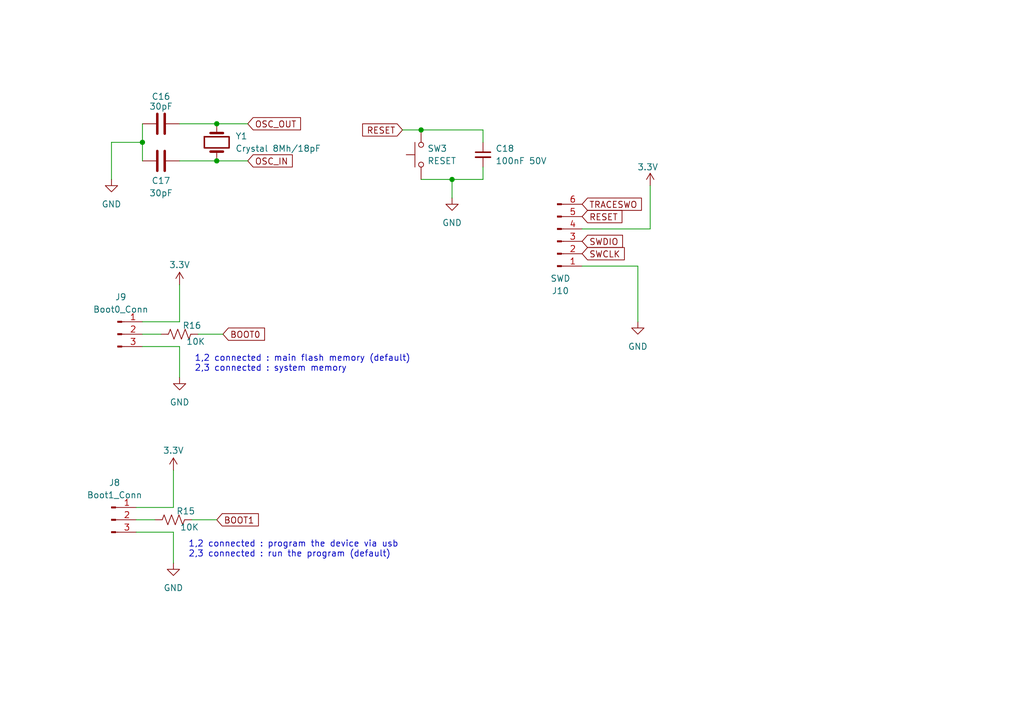
<source format=kicad_sch>
(kicad_sch (version 20231120) (generator "eeschema") (generator_version "8.0")
  (paper "A5")
  (lib_symbols
    (symbol "Connector:Conn_01x03_Pin" (pin_names (offset 1.016) hide)
      (property "Reference" "J" (at 0 5.08 0))
      (property "Value" "Conn_01x03_Pin" (at 0 -5.08 0))
      (symbol "Conn_01x03_Pin_1_1"
        (polyline (pts (xy 1.27 -2.54) (xy 0.8636 -2.54)) (stroke (width 0.1524)))
        (polyline (pts (xy 1.27 0) (xy 0.8636 0)) (stroke (width 0.1524)))
        (polyline (pts (xy 1.27 2.54) (xy 0.8636 2.54)) (stroke (width 0.1524)))
        (rectangle (start 0.8636 -2.413) (end 0 -2.667) (stroke (width 0.1524)) (fill (type outline)))
        (rectangle (start 0.8636 0.127) (end 0 -0.127) (stroke (width 0.1524)) (fill (type outline)))
        (rectangle (start 0.8636 2.667) (end 0 2.413) (stroke (width 0.1524)) (fill (type outline)))
        (pin passive line (at 5.08 2.54 180) (length 3.81) (name "Pin_1") (number "1"))
        (pin passive line (at 5.08 0 180) (length 3.81) (name "Pin_2") (number "2"))
        (pin passive line (at 5.08 -2.54 180) (length 3.81) (name "Pin_3") (number "3"))
      )
    )
    (symbol "Connector:Conn_01x06_Pin" (pin_names (offset 1.016) hide)
      (property "Reference" "J" (at 0 7.62 0))
      (property "Value" "Conn_01x06_Pin" (at 0 -10.16 0))
      (symbol "Conn_01x06_Pin_1_1"
        (polyline (pts (xy 1.27 -7.62) (xy 0.8636 -7.62)) (stroke (width 0.1524)))
        (polyline (pts (xy 1.27 -5.08) (xy 0.8636 -5.08)) (stroke (width 0.1524)))
        (polyline (pts (xy 1.27 -2.54) (xy 0.8636 -2.54)) (stroke (width 0.1524)))
        (polyline (pts (xy 1.27 0) (xy 0.8636 0)) (stroke (width 0.1524)))
        (polyline (pts (xy 1.27 2.54) (xy 0.8636 2.54)) (stroke (width 0.1524)))
        (polyline (pts (xy 1.27 5.08) (xy 0.8636 5.08)) (stroke (width 0.1524)))
        (rectangle (start 0.8636 -7.493) (end 0 -7.747) (stroke (width 0.1524)) (fill (type outline)))
        (rectangle (start 0.8636 -4.953) (end 0 -5.207) (stroke (width 0.1524)) (fill (type outline)))
        (rectangle (start 0.8636 -2.413) (end 0 -2.667) (stroke (width 0.1524)) (fill (type outline)))
        (rectangle (start 0.8636 0.127) (end 0 -0.127) (stroke (width 0.1524)) (fill (type outline)))
        (rectangle (start 0.8636 2.667) (end 0 2.413) (stroke (width 0.1524)) (fill (type outline)))
        (rectangle (start 0.8636 5.207) (end 0 4.953) (stroke (width 0.1524)) (fill (type outline)))
        (pin passive line (at 5.08 5.08 180) (length 3.81) (name "Pin_1") (number "1"))
        (pin passive line (at 5.08 2.54 180) (length 3.81) (name "Pin_2") (number "2"))
        (pin passive line (at 5.08 0 180) (length 3.81) (name "Pin_3") (number "3"))
        (pin passive line (at 5.08 -2.54 180) (length 3.81) (name "Pin_4") (number "4"))
        (pin passive line (at 5.08 -5.08 180) (length 3.81) (name "Pin_5") (number "5"))
        (pin passive line (at 5.08 -7.62 180) (length 3.81) (name "Pin_6") (number "6"))
      )
    )
    (symbol "Device:C" (pin_numbers hide) (pin_names (offset 0.254))
      (property "Reference" "C" (at 0.635 2.54 0))
      (property "Value" "C" (at 0.635 -2.54 0))
      (symbol "C_0_1"
        (polyline (pts (xy -2.032 -0.762) (xy 2.032 -0.762)) (stroke (width 0.508)))
        (polyline (pts (xy -2.032 0.762) (xy 2.032 0.762)) (stroke (width 0.508)))
      )
      (symbol "C_1_1"
        (pin passive line (at 0 3.81 270) (length 2.794) (name "~") (number "1"))
        (pin passive line (at 0 -3.81 90) (length 2.794) (name "~") (number "2"))
      )
    )
    (symbol "Device:C_Small" (pin_numbers hide) (pin_names (offset 0.254) hide)
      (property "Reference" "C" (at 0.254 1.778 0))
      (property "Value" "C_Small" (at 0.254 -2.032 0))
      (symbol "C_Small_0_1"
        (polyline (pts (xy -1.524 -0.508) (xy 1.524 -0.508)) (stroke (width 0.3302)))
        (polyline (pts (xy -1.524 0.508) (xy 1.524 0.508)) (stroke (width 0.3048)))
      )
      (symbol "C_Small_1_1"
        (pin passive line (at 0 2.54 270) (length 2.032) (name "~") (number "1"))
        (pin passive line (at 0 -2.54 90) (length 2.032) (name "~") (number "2"))
      )
    )
    (symbol "Device:Crystal" (pin_numbers hide) (pin_names (offset 1.016) hide)
      (property "Reference" "Y" (at 0 3.81 0))
      (property "Value" "Crystal" (at 0 -3.81 0))
      (symbol "Crystal_0_1"
        (rectangle (start -1.143 2.54) (end 1.143 -2.54) (stroke (width 0.3048)))
        (polyline (pts (xy -2.54 0) (xy -1.905 0)))
        (polyline (pts (xy -1.905 -1.27) (xy -1.905 1.27)) (stroke (width 0.508)))
        (polyline (pts (xy 1.905 -1.27) (xy 1.905 1.27)) (stroke (width 0.508)))
        (polyline (pts (xy 2.54 0) (xy 1.905 0)))
      )
      (symbol "Crystal_1_1"
        (pin passive line (at -3.81 0 0) (length 1.27) (name "1") (number "1"))
        (pin passive line (at 3.81 0 180) (length 1.27) (name "2") (number "2"))
      )
    )
    (symbol "Device:R_US" (pin_numbers hide) (pin_names (offset 0))
      (property "Reference" "R" (at 2.54 0 90))
      (property "Value" "R_US" (at -2.54 0 90))
      (symbol "R_US_0_1"
        (polyline (pts (xy 0 -2.286) (xy 0 -2.54)))
        (polyline (pts (xy 0 2.286) (xy 0 2.54)))
        (polyline (pts (xy 0 -0.762) (xy 1.016 -1.143) (xy 0 -1.524) (xy -1.016 -1.905) (xy 0 -2.286)))
        (polyline (pts (xy 0 0.762) (xy 1.016 0.381) (xy 0 0) (xy -1.016 -0.381) (xy 0 -0.762)))
        (polyline (pts (xy 0 2.286) (xy 1.016 1.905) (xy 0 1.524) (xy -1.016 1.143) (xy 0 0.762)))
      )
      (symbol "R_US_1_1"
        (pin passive line (at 0 3.81 270) (length 1.27) (name "~") (number "1"))
        (pin passive line (at 0 -3.81 90) (length 1.27) (name "~") (number "2"))
      )
    )
    (symbol "Switch:SW_Push" (pin_numbers hide) (pin_names (offset 1.016) hide)
      (property "Reference" "SW" (at 1.27 2.54 0))
      (property "Value" "SW_Push" (at 0 -1.524 0))
      (symbol "SW_Push_0_1"
        (circle (center -2.032 0) (radius 0.508))
        (polyline (pts (xy 0 1.27) (xy 0 3.048)))
        (polyline (pts (xy 2.54 1.27) (xy -2.54 1.27)))
        (circle (center 2.032 0) (radius 0.508))
        (pin passive line (at -5.08 0 0) (length 2.54) (name "1") (number "1"))
        (pin passive line (at 5.08 0 180) (length 2.54) (name "2") (number "2"))
      )
    )
    (symbol "power:GND" (power) (pin_numbers hide) (pin_names (offset 0) hide)
      (property "Value" "GND" (at 0 -3.81 0))
      (symbol "GND_0_1"
        (polyline (pts (xy 0 0) (xy 0 -1.27) (xy 1.27 -1.27) (xy 0 -2.54) (xy -1.27 -1.27) (xy 0 -1.27)))
      )
      (symbol "GND_1_1"
        (pin power_in line (at 0 0 270) (length 0) (name "~") (number "1"))
      )
    )
    (symbol "power:VDD" (power) (pin_numbers hide) (pin_names (offset 0) hide)
      (property "Value" "VDD" (at 0 3.556 0))
      (symbol "VDD_0_1"
        (polyline (pts (xy -0.762 1.27) (xy 0 2.54)))
        (polyline (pts (xy 0 0) (xy 0 2.54)))
        (polyline (pts (xy 0 2.54) (xy 0.762 1.27)))
      )
      (symbol "VDD_1_1"
        (pin power_in line (at 0 0 90) (length 0) (name "~") (number "1"))
      )
    )
  )
  (junction (at 44.45 33.02))
  (junction (at 44.45 25.4))
  (junction (at 86.36 26.67))
  (junction (at 92.71 36.83))
  (junction (at 29.21 29.21))
  (wire (pts (xy 36.83 71.12) (xy 36.83 77.47)))
  (wire (pts (xy 92.71 36.83) (xy 92.71 40.64)))
  (wire (pts (xy 50.8 25.4) (xy 44.45 25.4)))
  (wire (pts (xy 27.94 109.22) (xy 35.56 109.22)))
  (wire (pts (xy 130.81 54.61) (xy 130.81 66.04)))
  (wire (pts (xy 36.83 25.4) (xy 44.45 25.4)))
  (wire (pts (xy 45.72 68.58) (xy 40.64 68.58)))
  (wire (pts (xy 29.21 71.12) (xy 36.83 71.12)))
  (wire (pts (xy 86.36 36.83) (xy 92.71 36.83)))
  (wire (pts (xy 22.86 29.21) (xy 22.86 36.83)))
  (wire (pts (xy 99.06 36.83) (xy 99.06 34.29)))
  (wire (pts (xy 29.21 29.21) (xy 29.21 33.02)))
  (wire (pts (xy 35.56 109.22) (xy 35.56 115.57)))
  (wire (pts (xy 92.71 36.83) (xy 99.06 36.83)))
  (wire (pts (xy 33.02 68.58) (xy 29.21 68.58)))
  (wire (pts (xy 27.94 104.14) (xy 35.56 104.14)))
  (wire (pts (xy 119.38 46.99) (xy 133.35 46.99)))
  (wire (pts (xy 86.36 26.67) (xy 99.06 26.67)))
  (wire (pts (xy 119.38 54.61) (xy 130.81 54.61)))
  (wire (pts (xy 35.56 104.14) (xy 35.56 96.52)))
  (wire (pts (xy 36.83 66.04) (xy 36.83 58.42)))
  (wire (pts (xy 99.06 29.21) (xy 99.06 26.67)))
  (wire (pts (xy 29.21 29.21) (xy 22.86 29.21)))
  (wire (pts (xy 36.83 33.02) (xy 44.45 33.02)))
  (wire (pts (xy 133.35 46.99) (xy 133.35 38.1)))
  (wire (pts (xy 31.75 106.68) (xy 27.94 106.68)))
  (wire (pts (xy 29.21 66.04) (xy 36.83 66.04)))
  (wire (pts (xy 44.45 106.68) (xy 39.37 106.68)))
  (wire (pts (xy 29.21 25.4) (xy 29.21 29.21)))
  (wire (pts (xy 82.55 26.67) (xy 86.36 26.67)))
  (wire (pts (xy 50.8 33.02) (xy 44.45 33.02)))
  (text "1,2 connected : main flash memory (default)\n2,3 connected : system memory" (at 39.878 72.898 0) (effects (font (size 1.27 1.27)) (justify left top)))
  (text "1,2 connected : program the device via usb\n2,3 connected : run the program (default)" (at 38.608 110.998 0) (effects (font (size 1.27 1.27)) (justify left top)))
  (global_label "TRACESWO" (shape input) (at 119.38 41.91 0) (property "Intersheetrefs" "${INTERSHEET_REFS}" (effects (hide yes))))
  (global_label "BOOT0" (shape input) (at 45.72 68.58 0) (property "Intersheetrefs" "${INTERSHEET_REFS}" (effects (hide yes))))
  (global_label "RESET" (shape input) (at 82.55 26.67 180) (property "Intersheetrefs" "${INTERSHEET_REFS}" (effects (hide yes))))
  (global_label "BOOT1" (shape input) (at 44.45 106.68 0) (property "Intersheetrefs" "${INTERSHEET_REFS}" (effects (hide yes))))
  (global_label "SWCLK" (shape input) (at 119.38 52.07 0) (property "Intersheetrefs" "${INTERSHEET_REFS}" (effects (hide yes))))
  (global_label "OSC_OUT" (shape input) (at 50.8 25.4 0) (property "Intersheetrefs" "${INTERSHEET_REFS}" (effects (hide yes))))
  (global_label "RESET" (shape input) (at 119.38 44.45 0) (property "Intersheetrefs" "${INTERSHEET_REFS}" (effects (hide yes))))
  (global_label "OSC_IN" (shape input) (at 50.8 33.02 0) (property "Intersheetrefs" "${INTERSHEET_REFS}" (effects (hide yes))))
  (global_label "SWDIO" (shape input) (at 119.38 49.53 0) (property "Intersheetrefs" "${INTERSHEET_REFS}" (effects (hide yes))))
  (symbol (lib_id "power:VDD") (at 36.83 58.42 0) (unit 1)
    (property "Reference" "#PWR09" (effects (hide yes)))
    (property "Value" "3.3V" (at 36.83 54.356 0))
    (property "Description" "Power symbol creates a global label with name \"VDD\"" (effects (hide yes)))
  )
  (symbol (lib_id "Device:Crystal") (at 44.45 29.21 90) (unit 1)
    (property "Reference" "Y1" (at 48.26 27.9399 90) (effects (justify right)))
    (property "Value" "Crystal 8Mh/18pF" (at 48.26 30.4799 90) (effects (justify right)))
    (property "Footprint" "Crystal:Crystal_HC49-U_Vertical" (effects (hide yes)))
    (property "Description" "Two pin crystal" (effects (hide yes)))
  )
  (symbol (lib_id "Device:R_US") (at 35.56 106.68 90) (unit 1)
    (property "Reference" "R15" (at 38.1 104.902 90))
    (property "Value" "10K" (at 38.862 108.204 90))
    (property "Footprint" "Resistor_SMD:R_0603_1608Metric" (effects (hide yes)))
    (property "Description" "Resistor, US symbol" (effects (hide yes)))
  )
  (symbol (lib_id "Device:C") (at 33.02 33.02 90) (unit 1)
    (property "Reference" "C17" (at 33.02 37.084 90))
    (property "Value" "30pF" (at 33.02 39.624 90))
    (property "Footprint" "Capacitor_SMD:C_0603_1608Metric" (effects (hide yes)))
    (property "Description" "Unpolarized capacitor" (effects (hide yes)))
  )
  (symbol (lib_id "power:GND") (at 130.81 66.04 0) (mirror y) (unit 1)
    (property "Reference" "#PWR047" (effects (hide yes)))
    (property "Value" "GND" (at 130.81 71.12 0))
    (property "Description" "Power symbol creates a global label with name \"GND\" , ground" (effects (hide yes)))
  )
  (symbol (lib_id "power:GND") (at 22.86 36.83 0) (unit 1)
    (property "Reference" "#PWR040" (effects (hide yes)))
    (property "Value" "GND" (at 22.86 41.91 0))
    (property "Description" "Power symbol creates a global label with name \"GND\" , ground" (effects (hide yes)))
  )
  (symbol (lib_id "Device:C_Small") (at 99.06 31.75 0) (unit 1)
    (property "Reference" "C18" (at 101.6 30.4862 0) (effects (justify left)))
    (property "Value" "100nF 50V" (at 101.6 33.0262 0) (effects (justify left)))
    (property "Footprint" "Capacitor_SMD:C_0603_1608Metric" (effects (hide yes)))
    (property "Description" "Unpolarized capacitor, small symbol" (effects (hide yes)))
  )
  (symbol (lib_id "power:GND") (at 36.83 77.47 0) (unit 1)
    (property "Reference" "#PWR044" (effects (hide yes)))
    (property "Value" "GND" (at 36.83 82.55 0))
    (property "Description" "Power symbol creates a global label with name \"GND\" , ground" (effects (hide yes)))
  )
  (symbol (lib_id "power:GND") (at 92.71 40.64 0) (unit 1)
    (property "Reference" "#PWR045" (effects (hide yes)))
    (property "Value" "GND" (at 92.71 45.72 0))
    (property "Description" "Power symbol creates a global label with name \"GND\" , ground" (effects (hide yes)))
  )
  (symbol (lib_id "power:VDD") (at 133.35 38.1 0) (unit 1)
    (property "Reference" "#PWR017" (effects (hide yes)))
    (property "Value" "3.3V" (at 132.842 34.29 0))
    (property "Description" "Power symbol creates a global label with name \"VDD\"" (effects (hide yes)))
  )
  (symbol (lib_id "Device:R_US") (at 36.83 68.58 90) (unit 1)
    (property "Reference" "R16" (at 39.37 66.802 90))
    (property "Value" "10K" (at 40.132 70.104 90))
    (property "Footprint" "Resistor_SMD:R_0603_1608Metric" (effects (hide yes)))
    (property "Description" "Resistor, US symbol" (effects (hide yes)))
  )
  (symbol (lib_id "power:GND") (at 35.56 115.57 0) (unit 1)
    (property "Reference" "#PWR042" (effects (hide yes)))
    (property "Value" "GND" (at 35.56 120.65 0))
    (property "Description" "Power symbol creates a global label with name \"GND\" , ground" (effects (hide yes)))
  )
  (symbol (lib_id "Connector:Conn_01x03_Pin") (at 22.86 106.68 0) (unit 1)
    (property "Reference" "J8" (at 23.495 99.06 0))
    (property "Value" "Boot1_Conn" (at 23.495 101.6 0))
    (property "Footprint" "Connector_PinHeader_2.54mm:PinHeader_1x03_P2.54mm_Vertical" (effects (hide yes)))
    (property "Description" "Generic connector, single row, 01x03, script generated" (effects (hide yes)))
  )
  (symbol (lib_id "Device:C") (at 33.02 25.4 90) (unit 1)
    (property "Reference" "C16" (at 33.02 19.812 90))
    (property "Value" "30pF" (at 33.02 21.844 90))
    (property "Footprint" "Capacitor_SMD:C_0603_1608Metric" (effects (hide yes)))
    (property "Description" "Unpolarized capacitor" (effects (hide yes)))
  )
  (symbol (lib_id "Switch:SW_Push") (at 86.36 31.75 90) (unit 1)
    (property "Reference" "SW3" (at 87.63 30.4799 90) (effects (justify right)))
    (property "Value" "RESET" (at 87.63 33.0199 90) (effects (justify right)))
    (property "Footprint" "Button_Switch_THT:SW_PUSH_6mm_H9.5mm" (effects (hide yes)))
    (property "Description" "Push button switch, generic, two pins" (effects (hide yes)))
  )
  (symbol (lib_id "Connector:Conn_01x06_Pin") (at 114.3 49.53 0) (mirror x) (unit 1)
    (property "Reference" "J10" (at 114.935 59.69 0))
    (property "Value" "SWD" (at 114.935 57.15 0))
    (property "Footprint" "Connector_PinHeader_2.54mm:PinHeader_1x06_P2.54mm_Horizontal" (effects (hide yes)))
    (property "Description" "Generic connector, single row, 01x06, script generated" (effects (hide yes)))
  )
  (symbol (lib_id "Connector:Conn_01x03_Pin") (at 24.13 68.58 0) (unit 1)
    (property "Reference" "J9" (at 24.765 60.96 0))
    (property "Value" "Boot0_Conn" (at 24.765 63.5 0))
    (property "Footprint" "Connector_PinHeader_2.54mm:PinHeader_1x03_P2.54mm_Vertical" (effects (hide yes)))
    (property "Description" "Generic connector, single row, 01x03, script generated" (effects (hide yes)))
  )
  (symbol (lib_id "power:VDD") (at 35.56 96.52 0) (unit 1)
    (property "Reference" "#PWR063" (effects (hide yes)))
    (property "Value" "3.3V" (at 35.56 92.456 0))
    (property "Description" "Power symbol creates a global label with name \"VDD\"" (effects (hide yes)))
  )
)
</source>
